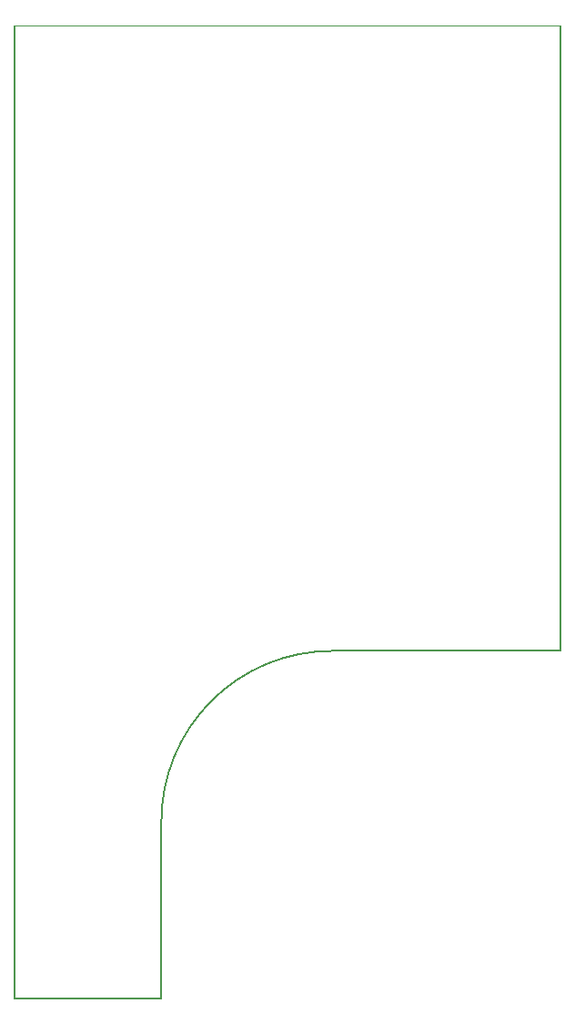
<source format=gbr>
%TF.GenerationSoftware,KiCad,Pcbnew,(5.1.10)-1*%
%TF.CreationDate,2021-11-16T16:25:11+11:00*%
%TF.ProjectId,OBOGS Panel PCB V2,4f424f47-5320-4506-916e-656c20504342,rev?*%
%TF.SameCoordinates,Original*%
%TF.FileFunction,Profile,NP*%
%FSLAX46Y46*%
G04 Gerber Fmt 4.6, Leading zero omitted, Abs format (unit mm)*
G04 Created by KiCad (PCBNEW (5.1.10)-1) date 2021-11-16 16:25:11*
%MOMM*%
%LPD*%
G01*
G04 APERTURE LIST*
%TA.AperFunction,Profile*%
%ADD10C,0.050000*%
%TD*%
%TA.AperFunction,Profile*%
%ADD11C,0.200000*%
%TD*%
G04 APERTURE END LIST*
D10*
X209448400Y-40894000D02*
X158648401Y-40894001D01*
X209448400Y-40894000D02*
X209448400Y-40894001D01*
D11*
X158648401Y-131318000D02*
X172262800Y-131318000D01*
X172288199Y-114884199D02*
G75*
G02*
X188163200Y-99009200I15875000J-1D01*
G01*
X158648401Y-40894001D02*
X158648401Y-131318000D01*
X172262800Y-131318000D02*
X172288199Y-114884199D01*
X188163200Y-99009200D02*
X209448400Y-99009200D01*
X209448400Y-99009200D02*
X209448400Y-40894001D01*
M02*

</source>
